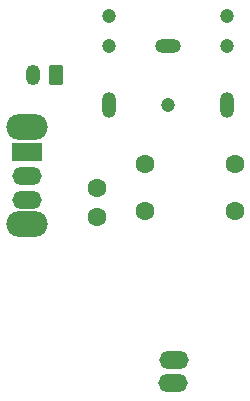
<source format=gbr>
%TF.GenerationSoftware,KiCad,Pcbnew,9.0.7*%
%TF.CreationDate,2026-01-16T10:40:53-07:00*%
%TF.ProjectId,keylink_revB,6b65796c-696e-46b5-9f72-6576422e6b69,rev?*%
%TF.SameCoordinates,Original*%
%TF.FileFunction,Soldermask,Bot*%
%TF.FilePolarity,Negative*%
%FSLAX46Y46*%
G04 Gerber Fmt 4.6, Leading zero omitted, Abs format (unit mm)*
G04 Created by KiCad (PCBNEW 9.0.7) date 2026-01-16 10:40:53*
%MOMM*%
%LPD*%
G01*
G04 APERTURE LIST*
G04 Aperture macros list*
%AMRoundRect*
0 Rectangle with rounded corners*
0 $1 Rounding radius*
0 $2 $3 $4 $5 $6 $7 $8 $9 X,Y pos of 4 corners*
0 Add a 4 corners polygon primitive as box body*
4,1,4,$2,$3,$4,$5,$6,$7,$8,$9,$2,$3,0*
0 Add four circle primitives for the rounded corners*
1,1,$1+$1,$2,$3*
1,1,$1+$1,$4,$5*
1,1,$1+$1,$6,$7*
1,1,$1+$1,$8,$9*
0 Add four rect primitives between the rounded corners*
20,1,$1+$1,$2,$3,$4,$5,0*
20,1,$1+$1,$4,$5,$6,$7,0*
20,1,$1+$1,$6,$7,$8,$9,0*
20,1,$1+$1,$8,$9,$2,$3,0*%
G04 Aperture macros list end*
%ADD10C,1.600000*%
%ADD11O,3.500000X2.200000*%
%ADD12R,2.500000X1.500000*%
%ADD13O,2.500000X1.500000*%
%ADD14O,1.200000X1.750000*%
%ADD15RoundRect,0.250000X0.350000X0.625000X-0.350000X0.625000X-0.350000X-0.625000X0.350000X-0.625000X0*%
%ADD16C,1.200000*%
%ADD17O,1.200000X2.200000*%
%ADD18O,2.200000X1.200000*%
G04 APERTURE END LIST*
D10*
%TO.C,R1*%
X100000000Y-36000000D03*
X107620000Y-36000000D03*
%TD*%
D11*
%TO.C,SW1*%
X90000000Y-32900000D03*
X90000000Y-41100000D03*
D12*
X90000000Y-35000000D03*
D13*
X90000000Y-37000000D03*
X90000000Y-39000000D03*
%TD*%
D10*
%TO.C,R2*%
X107620000Y-40000000D03*
X100000000Y-40000000D03*
%TD*%
D14*
%TO.C,J1*%
X90500000Y-28500000D03*
D15*
X92500000Y-28500000D03*
%TD*%
D10*
%TO.C,C1*%
X96000000Y-38000000D03*
X96000000Y-40500000D03*
%TD*%
D16*
%TO.C,J2*%
X107000000Y-26000000D03*
X107000000Y-23500000D03*
X102000000Y-31000000D03*
X97000000Y-26000000D03*
X97000000Y-23500000D03*
D17*
X107000000Y-31000000D03*
D18*
X102000000Y-26000000D03*
D17*
X97000000Y-31000000D03*
%TD*%
D13*
%TO.C,U1*%
X102429000Y-54500000D03*
X102440000Y-52600000D03*
%TD*%
M02*

</source>
